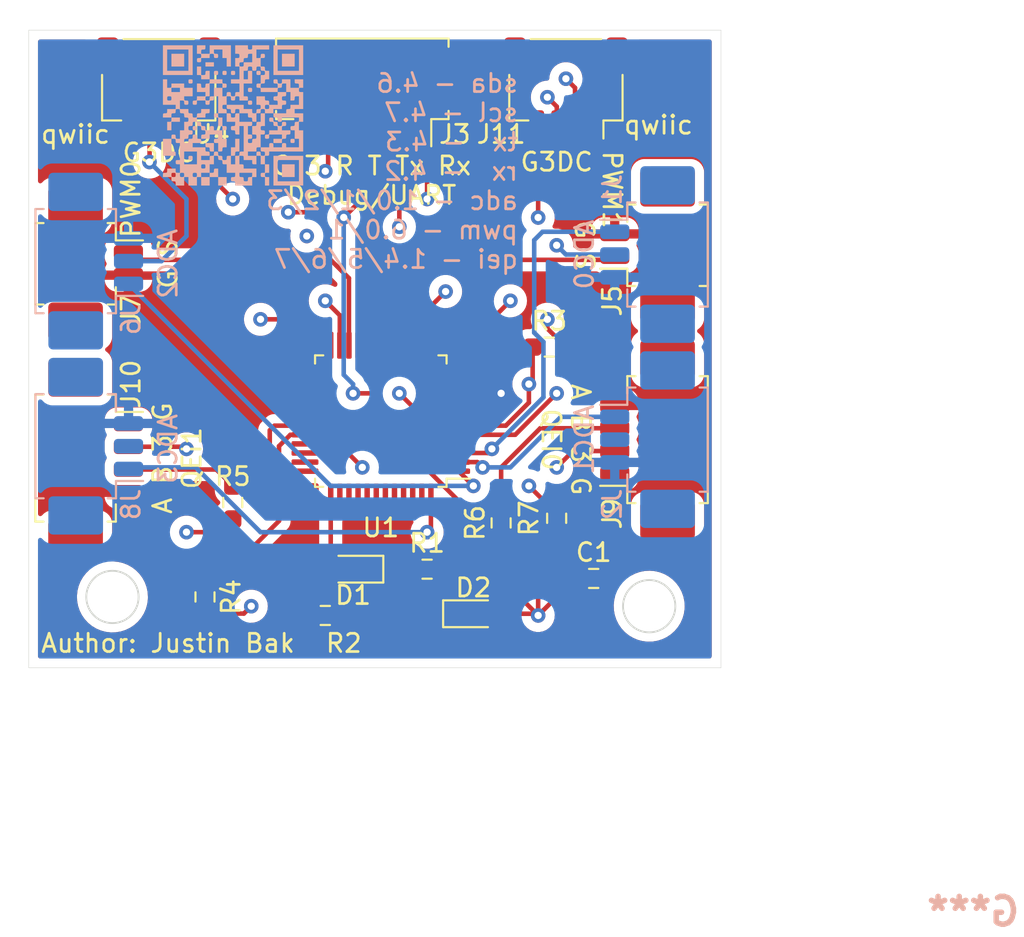
<source format=kicad_pcb>
(kicad_pcb (version 20211014) (generator pcbnew)
  (title_block (title "Remex") (date "2023-01-23") (rev "4.0.0") (company "Montana Tech Robotics Club") (comment 1 "Author: Justin Bak"))
  (layers (0 "F.Cu" signal) (1 "In1.Cu" signal) (2 "In2.Cu" signal) (31 "B.Cu" signal) (34 "B.Paste" user) (35 "F.Paste" user) (36 "B.SilkS" user "B.Silkscreen") (37 "F.SilkS" user "F.Silkscreen") (38 "B.Mask" user) (39 "F.Mask" user) (44 "Edge.Cuts" user))
  (net 0 "")
  (net 1 "+3.3V")
  (net 2 "GND")
  (net 14 "Net-(D1-Pad2)")
  (net 33 "Net-(D1-Pad1)")
  (net 34 "Net-(J2-Pad1)")
  (net 35 "Net-(D2-Pad1)")
  (net 36 "Net-(J5-Pad1)")
  (net 37 "Net-(J7-Pad1)")
  (net 38 "Net-(U1-Pad3)")
  (net 39 "/UART RXD")
  (net 40 "/UART TXD")
  (net 41 "Net-(U1-Pad4)")
  (net 42 "Net-(U1-Pad5)")
  (net 43 "Net-(U1-Pad1)")
  (net 44 "Net-(U1-Pad48)")
  (net 45 "Net-(R3-Pad2)")
  (net 46 "/SCL")
  (net 47 "/SDA")
  (net 48 "Net-(J9-Pad2)")
  (net 49 "Net-(R4-Pad1)")
  (net 50 "Net-(R5-Pad1)")
  (footprint "Resistor_SMD:R_0603_1608Metric_Pad0.98x0.95mm_HandSolder" (layer "F.Cu") (at 223.012 133.096)
    (fp_text reference "C1" (at 0 -1.43) (layer "F.SilkS"))
    (fp_text value "C")
    (pad "1" smd roundrect (at -0.9125 0) (size 0.975 0.95) (layers "F.Cu" "F.Paste" "F.Mask") (net 1 "+3.3V"))
    (pad "2" smd roundrect (at 0.9125 0) (size 0.975 0.95) (layers "F.Cu" "F.Paste" "F.Mask") (net 2 "GND"))
  )
  (footprint "Resistor_SMD:R_0603_1608Metric_Pad0.98x0.95mm_HandSolder" (layer "F.Cu") (at 203.2 128.9285 -90)
    (fp_text reference "R5" (at -1.43 0) (layer "F.SilkS"))
    (fp_text value "1k")
    (pad "1" smd roundrect (at -0.9125 0 270) (size 0.975 0.95) (layers "F.Cu" "F.Paste" "F.Mask") (net 50 "Net-(R5-Pad1)"))
    (pad "2" smd roundrect (at 0.9125 0 270) (size 0.975 0.95) (layers "F.Cu" "F.Paste" "F.Mask") (net 1 "+3.3V"))
  )
  (footprint "Resistor_SMD:R_0603_1608Metric_Pad0.98x0.95mm_HandSolder" (layer "F.Cu") (at 220.5755 120.396)
    (fp_text reference "R3" (at 0 -1.43) (layer "F.SilkS"))
    (fp_text value "1k")
    (pad "1" smd roundrect (at -0.9125 0) (size 0.975 0.95) (layers "F.Cu" "F.Paste" "F.Mask") (net 1 "+3.3V"))
    (pad "2" smd roundrect (at 0.9125 0) (size 0.975 0.95) (layers "F.Cu" "F.Paste" "F.Mask") (net 45 "Net-(R3-Pad2)"))
  )
  (footprint "Connector_Molex:Molex_PicoBlade_53261-0471_1x04-1MP_P1.25mm_Horizontal" (layer "F.Cu") (at 195.072 126.492 -90)
    (fp_text reference "J10" (at -4.064 -2.54 90) (layer "F.SilkS"))
    (fp_text value "Conn_01x04_Male")
    (pad "1" smd roundrect (at -1.875 -2.4 270) (size 0.8 1.6) (layers "F.Cu" "F.Paste" "F.Mask") (net 49 "Net-(R4-Pad1)"))
    (pad "2" smd roundrect (at -0.625 -2.4 270) (size 0.8 1.6) (layers "F.Cu" "F.Paste" "F.Mask") (net 50 "Net-(R5-Pad1)"))
    (pad "3" smd roundrect (at 0.625 -2.4 270) (size 0.8 1.6) (layers "F.Cu" "F.Paste" "F.Mask") (net 1 "+3.3V"))
    (pad "4" smd roundrect (at 1.875 -2.4 270) (size 0.8 1.6) (layers "F.Cu" "F.Paste" "F.Mask") (net 2 "GND"))
    (pad "MP" smd roundrect (at 4.425 0.5 270) (size 2.1 3) (layers "F.Cu" "F.Paste" "F.Mask") (roundrect_rratio 0.119048))
    (pad "MP" smd roundrect (at -4.425 0.5 270) (size 2.1 3) (layers "F.Cu" "F.Paste" "F.Mask") (roundrect_rratio 0.119048))
  )
  (footprint "Connector_JST:JST_SH_SM04B-SRSS-TB_1x04-1MP_P1.00mm_Horizontal" (layer "F.Cu") (at 199.136 106.172 180)
    (fp_text reference "J4" (at -3.048 -2.54) (layer "F.SilkS"))
    (fp_text value "Conn_01x04_Male")
    (pad "1" smd roundrect (at -1.5 -2 180) (size 0.6 1.55) (layers "F.Cu" "F.Paste" "F.Mask") (net 46 "/SCL"))
    (pad "2" smd roundrect (at -0.5 -2 180) (size 0.6 1.55) (layers "F.Cu" "F.Paste" "F.Mask") (net 47 "/SDA"))
    (pad "3" smd roundrect (at 0.5 -2 180) (size 0.6 1.55) (layers "F.Cu" "F.Paste" "F.Mask") (net 1 "+3.3V"))
    (pad "4" smd roundrect (at 1.5 -2 180) (size 0.6 1.55) (layers "F.Cu" "F.Paste" "F.Mask") (net 2 "GND"))
    (pad "MP" smd roundrect (at 2.8 1.875 180) (size 1.2 1.8) (layers "F.Cu" "F.Paste" "F.Mask") (roundrect_rratio 0.208333))
    (pad "MP" smd roundrect (at -2.8 1.875 180) (size 1.2 1.8) (layers "F.Cu" "F.Paste" "F.Mask") (roundrect_rratio 0.208333))
  )
  (footprint "Connector_Molex:Molex_PicoBlade_53261-0471_1x04-1MP_P1.25mm_Horizontal" (layer "F.Cu") (at 226.568 125.476 90)
    (fp_text reference "J9" (at -4.064 -2.54 270) (layer "F.SilkS"))
    (fp_text value "Conn_01x04_Male")
    (pad "1" smd roundrect (at -1.875 -2.4 90) (size 0.8 1.6) (layers "F.Cu" "F.Paste" "F.Mask") (net 45 "Net-(R3-Pad2)"))
    (pad "2" smd roundrect (at -0.625 -2.4 90) (size 0.8 1.6) (layers "F.Cu" "F.Paste" "F.Mask") (net 48 "Net-(J9-Pad2)"))
    (pad "3" smd roundrect (at 0.625 -2.4 90) (size 0.8 1.6) (layers "F.Cu" "F.Paste" "F.Mask") (net 1 "+3.3V"))
    (pad "4" smd roundrect (at 1.875 -2.4 90) (size 0.8 1.6) (layers "F.Cu" "F.Paste" "F.Mask") (net 2 "GND"))
    (pad "MP" smd roundrect (at 4.425 0.5 90) (size 2.1 3) (layers "F.Cu" "F.Paste" "F.Mask") (roundrect_rratio 0.119048))
    (pad "MP" smd roundrect (at -4.425 0.5 90) (size 2.1 3) (layers "F.Cu" "F.Paste" "F.Mask") (roundrect_rratio 0.119048))
  )
  (footprint "Resistor_SMD:R_0603_1608Metric_Pad0.98x0.95mm_HandSolder" (layer "F.Cu") (at 213.868 132.588)
    (fp_text reference "R1" (at 0 -1.43) (layer "F.SilkS"))
    (fp_text value "330")
    (pad "1" smd roundrect (at -0.9125 0) (size 0.975 0.95) (layers "F.Cu" "F.Paste" "F.Mask") (net 33 "Net-(D1-Pad1)"))
    (pad "2" smd roundrect (at 0.9125 0) (size 0.975 0.95) (layers "F.Cu" "F.Paste" "F.Mask") (net 2 "GND"))
  )
  (footprint "Package_QFP:LQFP-48_7x7mm_P0.5mm" (layer "F.Cu") (at 211.328 124.46 180)
    (fp_text reference "U1" (at 0 -5.85) (layer "F.SilkS"))
    (fp_text value "MSP430FR2355")
    (pad "1" smd roundrect (at -4.1625 -2.75 180) (size 1.475 0.3) (layers "F.Cu" "F.Paste" "F.Mask") (net 43 "Net-(U1-Pad1)"))
    (pad "2" smd roundrect (at -4.1625 -2.25 180) (size 1.475 0.3) (layers "F.Cu" "F.Paste" "F.Mask") (net 34 "Net-(J2-Pad1)"))
    (pad "3" smd roundrect (at -4.1625 -1.75 180) (size 1.475 0.3) (layers "F.Cu" "F.Paste" "F.Mask") (net 38 "Net-(U1-Pad3)"))
    (pad "4" smd roundrect (at -4.1625 -1.25 180) (size 1.475 0.3) (layers "F.Cu" "F.Paste" "F.Mask") (net 41 "Net-(U1-Pad4)"))
    (pad "5" smd roundrect (at -4.1625 -0.75 180) (size 1.475 0.3) (layers "F.Cu" "F.Paste" "F.Mask") (net 42 "Net-(U1-Pad5)"))
    (pad "6" smd roundrect (at -4.1625 -0.25 180) (size 1.475 0.3) (layers "F.Cu" "F.Paste" "F.Mask") (net 1 "+3.3V"))
    (pad "7" smd roundrect (at -4.1625 0.25 180) (size 1.475 0.3) (layers "F.Cu" "F.Paste" "F.Mask") (net 2 "GND"))
    (pad "8" smd roundrect (at -4.1625 0.75 180) (size 1.475 0.3) (layers "F.Cu" "F.Paste" "F.Mask"))
    (pad "9" smd roundrect (at -4.1625 1.25 180) (size 1.475 0.3) (layers "F.Cu" "F.Paste" "F.Mask"))
    (pad "10" smd roundrect (at -4.1625 1.75 180) (size 1.475 0.3) (layers "F.Cu" "F.Paste" "F.Mask"))
    (pad "11" smd roundrect (at -4.1625 2.25 180) (size 1.475 0.3) (layers "F.Cu" "F.Paste" "F.Mask"))
    (pad "12" smd roundrect (at -4.1625 2.75 180) (size 1.475 0.3) (layers "F.Cu" "F.Paste" "F.Mask") (net 46 "/SCL"))
    (pad "13" smd roundrect (at -2.75 4.1625 180) (size 0.3 1.475) (layers "F.Cu" "F.Paste" "F.Mask") (net 47 "/SDA"))
    (pad "14" smd roundrect (at -2.25 4.1625 180) (size 0.3 1.475) (layers "F.Cu" "F.Paste" "F.Mask"))
    (pad "15" smd roundrect (at -1.75 4.1625 180) (size 0.3 1.475) (layers "F.Cu" "F.Paste" "F.Mask"))
    (pad "16" smd roundrect (at -1.25 4.1625 180) (size 0.3 1.475) (layers "F.Cu" "F.Paste" "F.Mask"))
    (pad "17" smd roundrect (at -0.75 4.1625 180) (size 0.3 1.475) (layers "F.Cu" "F.Paste" "F.Mask"))
    (pad "18" smd roundrect (at -0.25 4.1625 180) (size 0.3 1.475) (layers "F.Cu" "F.Paste" "F.Mask"))
    (pad "19" smd roundrect (at 0.25 4.1625 180) (size 0.3 1.475) (layers "F.Cu" "F.Paste" "F.Mask"))
    (pad "20" smd roundrect (at 0.75 4.1625 180) (size 0.3 1.475) (layers "F.Cu" "F.Paste" "F.Mask"))
    (pad "21" smd roundrect (at 1.25 4.1625 180) (size 0.3 1.475) (layers "F.Cu" "F.Paste" "F.Mask") (net 36 "Net-(J5-Pad1)"))
    (pad "22" smd roundrect (at 1.75 4.1625 180) (size 0.3 1.475) (layers "F.Cu" "F.Paste" "F.Mask") (net 37 "Net-(J7-Pad1)"))
    (pad "23" smd roundrect (at 2.25 4.1625 180) (size 0.3 1.475) (layers "F.Cu" "F.Paste" "F.Mask") (net 40 "/UART TXD"))
    (pad "24" smd roundrect (at 2.75 4.1625 180) (size 0.3 1.475) (layers "F.Cu" "F.Paste" "F.Mask") (net 39 "/UART RXD"))
    (pad "25" smd roundrect (at 4.1625 2.75 180) (size 1.475 0.3) (layers "F.Cu" "F.Paste" "F.Mask"))
    (pad "26" smd roundrect (at 4.1625 2.25 180) (size 1.475 0.3) (layers "F.Cu" "F.Paste" "F.Mask"))
    (pad "27" smd roundrect (at 4.1625 1.75 180) (size 1.475 0.3) (layers "F.Cu" "F.Paste" "F.Mask"))
    (pad "28" smd roundrect (at 4.1625 1.25 180) (size 1.475 0.3) (layers "F.Cu" "F.Paste" "F.Mask"))
    (pad "29" smd roundrect (at 4.1625 0.75 180) (size 1.475 0.3) (layers "F.Cu" "F.Paste" "F.Mask"))
    (pad "30" smd roundrect (at 4.1625 0.25 180) (size 1.475 0.3) (layers "F.Cu" "F.Paste" "F.Mask"))
    (pad "31" smd roundrect (at 4.1625 -0.25 180) (size 1.475 0.3) (layers "F.Cu" "F.Paste" "F.Mask") (net 50 "Net-(R5-Pad1)"))
    (pad "32" smd roundrect (at 4.1625 -0.75 180) (size 1.475 0.3) (layers "F.Cu" "F.Paste" "F.Mask") (net 49 "Net-(R4-Pad1)"))
    (pad "33" smd roundrect (at 4.1625 -1.25 180) (size 1.475 0.3) (layers "F.Cu" "F.Paste" "F.Mask") (net 48 "Net-(J9-Pad2)"))
    (pad "34" smd roundrect (at 4.1625 -1.75 180) (size 1.475 0.3) (layers "F.Cu" "F.Paste" "F.Mask") (net 45 "Net-(R3-Pad2)"))
    (pad "35" smd roundrect (at 4.1625 -2.25 180) (size 1.475 0.3) (layers "F.Cu" "F.Paste" "F.Mask"))
    (pad "36" smd roundrect (at 4.1625 -2.75 180) (size 1.475 0.3) (layers "F.Cu" "F.Paste" "F.Mask"))
    (pad "37" smd roundrect (at 2.75 -4.1625 180) (size 0.3 1.475) (layers "F.Cu" "F.Paste" "F.Mask") (net 14 "Net-(D1-Pad2)"))
    (pad "38" smd roundrect (at 2.25 -4.1625 180) (size 0.3 1.475) (layers "F.Cu" "F.Paste" "F.Mask"))
    (pad "39" smd roundrect (at 1.75 -4.1625 180) (size 0.3 1.475) (layers "F.Cu" "F.Paste" "F.Mask"))
    (pad "40" smd roundrect (at 1.25 -4.1625 180) (size 0.3 1.475) (layers "F.Cu" "F.Paste" "F.Mask"))
    (pad "41" smd roundrect (at 0.75 -4.1625 180) (size 0.3 1.475) (layers "F.Cu" "F.Paste" "F.Mask"))
    (pad "42" smd roundrect (at 0.25 -4.1625 180) (size 0.3 1.475) (layers "F.Cu" "F.Paste" "F.Mask"))
    (pad "43" smd roundrect (at -0.25 -4.1625 180) (size 0.3 1.475) (layers "F.Cu" "F.Paste" "F.Mask"))
    (pad "44" smd roundrect (at -0.75 -4.1625 180) (size 0.3 1.475) (layers "F.Cu" "F.Paste" "F.Mask"))
    (pad "45" smd roundrect (at -1.25 -4.1625 180) (size 0.3 1.475) (layers "F.Cu" "F.Paste" "F.Mask"))
    (pad "46" smd roundrect (at -1.75 -4.1625 180) (size 0.3 1.475) (layers "F.Cu" "F.Paste" "F.Mask"))
    (pad "47" smd roundrect (at -2.25 -4.1625 180) (size 0.3 1.475) (layers "F.Cu" "F.Paste" "F.Mask"))
    (pad "48" smd roundrect (at -2.75 -4.1625 180) (size 0.3 1.475) (layers "F.Cu" "F.Paste" "F.Mask") (net 44 "Net-(U1-Pad48)"))
  )
  (footprint "Connector_Molex:Molex_PicoBlade_53261-0671_1x06-1MP_P1.25mm_Horizontal" (layer "F.Cu") (at 210.312 106.172 180)
    (fp_text reference "J3" (at -5.08 -2.54 180) (layer "F.SilkS"))
    (fp_text value "Conn_01x06_Male")
    (pad "1" smd roundrect (at -3.125 -2.4 180) (size 0.8 1.6) (layers "F.Cu" "F.Paste" "F.Mask") (net 39 "/UART RXD"))
    (pad "2" smd roundrect (at -1.875 -2.4 180) (size 0.8 1.6) (layers "F.Cu" "F.Paste" "F.Mask") (net 40 "/UART TXD"))
    (pad "3" smd roundrect (at -0.625 -2.4 180) (size 0.8 1.6) (layers "F.Cu" "F.Paste" "F.Mask") (net 41 "Net-(U1-Pad4)"))
    (pad "4" smd roundrect (at 0.625 -2.4 180) (size 0.8 1.6) (layers "F.Cu" "F.Paste" "F.Mask") (net 42 "Net-(U1-Pad5)"))
    (pad "5" smd roundrect (at 1.875 -2.4 180) (size 0.8 1.6) (layers "F.Cu" "F.Paste" "F.Mask") (net 1 "+3.3V"))
    (pad "6" smd roundrect (at 3.125 -2.4 180) (size 0.8 1.6) (layers "F.Cu" "F.Paste" "F.Mask") (net 2 "GND"))
    (pad "MP" smd roundrect (at 5.675 0.5 180) (size 2.1 3) (layers "F.Cu" "F.Paste" "F.Mask") (roundrect_rratio 0.119048))
    (pad "MP" smd roundrect (at -5.675 0.5 180) (size 2.1 3) (layers "F.Cu" "F.Paste" "F.Mask") (roundrect_rratio 0.119048))
  )
  (footprint "Resistor_SMD:R_0603_1608Metric_Pad0.98x0.95mm_HandSolder" (layer "F.Cu") (at 201.676 134.112 -90)
    (fp_text reference "R4" (at 0 -1.43 90) (layer "F.SilkS"))
    (fp_text value "1k")
    (pad "1" smd roundrect (at -0.9125 0 270) (size 0.975 0.95) (layers "F.Cu" "F.Paste" "F.Mask") (net 49 "Net-(R4-Pad1)"))
    (pad "2" smd roundrect (at 0.9125 0 270) (size 0.975 0.95) (layers "F.Cu" "F.Paste" "F.Mask") (net 1 "+3.3V"))
  )
  (footprint "LED_SMD:LED_0603_1608Metric_Pad1.05x0.95mm_HandSolder" (layer "F.Cu") (at 216.408 135.034)
    (fp_text reference "D2" (at 0 -1.43) (layer "F.SilkS"))
    (fp_text value "LED")
    (pad "1" smd roundrect (at -0.875 0) (size 1.05 0.95) (layers "F.Cu" "F.Paste" "F.Mask") (net 35 "Net-(D2-Pad1)"))
    (pad "2" smd roundrect (at 0.875 0) (size 1.05 0.95) (layers "F.Cu" "F.Paste" "F.Mask") (net 1 "+3.3V"))
  )
  (footprint "Resistor_SMD:R_0603_1608Metric_Pad0.98x0.95mm_HandSolder" (layer "F.Cu") (at 217.932 130.048 90)
    (fp_text reference "R6" (at 0 -1.43 90) (layer "F.SilkS"))
    (fp_text value "1k")
    (pad "1" smd roundrect (at -0.9125 0 90) (size 0.975 0.95) (layers "F.Cu" "F.Paste" "F.Mask") (net 1 "+3.3V"))
    (pad "2" smd roundrect (at 0.9125 0 90) (size 0.975 0.95) (layers "F.Cu" "F.Paste" "F.Mask") (net 48 "Net-(J9-Pad2)"))
  )
  (footprint "Resistor_SMD:R_0603_1608Metric_Pad0.98x0.95mm_HandSolder" (layer "F.Cu") (at 208.28 135.128 180)
    (fp_text reference "R2" (at -1.016 -1.524) (layer "F.SilkS"))
    (fp_text value "330")
    (pad "1" smd roundrect (at -0.9125 0 180) (size 0.975 0.95) (layers "F.Cu" "F.Paste" "F.Mask") (net 35 "Net-(D2-Pad1)"))
    (pad "2" smd roundrect (at 0.9125 0 180) (size 0.975 0.95) (layers "F.Cu" "F.Paste" "F.Mask") (net 2 "GND"))
  )
  (footprint "LED_SMD:LED_0603_1608Metric_Pad1.05x0.95mm_HandSolder" (layer "F.Cu") (at 209.804 132.588 180)
    (fp_text reference "D1" (at 0 -1.43) (layer "F.SilkS"))
    (fp_text value "LED")
    (pad "1" smd roundrect (at -0.875 0 180) (size 1.05 0.95) (layers "F.Cu" "F.Paste" "F.Mask") (net 33 "Net-(D1-Pad1)"))
    (pad "2" smd roundrect (at 0.875 0 180) (size 1.05 0.95) (layers "F.Cu" "F.Paste" "F.Mask") (net 14 "Net-(D1-Pad2)"))
  )
  (footprint "Connector_JST:JST_SH_SM04B-SRSS-TB_1x04-1MP_P1.00mm_Horizontal" (layer "F.Cu") (at 221.488 106.172 180)
    (fp_text reference "J11" (at 3.556 -2.54) (layer "F.SilkS"))
    (fp_text value "Conn_01x04_Male")
    (pad "1" smd roundrect (at -1.5 -2 180) (size 0.6 1.55) (layers "F.Cu" "F.Paste" "F.Mask") (net 46 "/SCL"))
    (pad "2" smd roundrect (at -0.5 -2 180) (size 0.6 1.55) (layers "F.Cu" "F.Paste" "F.Mask") (net 47 "/SDA"))
    (pad "3" smd roundrect (at 0.5 -2 180) (size 0.6 1.55) (layers "F.Cu" "F.Paste" "F.Mask") (net 1 "+3.3V"))
    (pad "4" smd roundrect (at 1.5 -2 180) (size 0.6 1.55) (layers "F.Cu" "F.Paste" "F.Mask") (net 2 "GND"))
    (pad "MP" smd roundrect (at 2.8 1.875 180) (size 1.2 1.8) (layers "F.Cu" "F.Paste" "F.Mask") (roundrect_rratio 0.208333))
    (pad "MP" smd roundrect (at -2.8 1.875 180) (size 1.2 1.8) (layers "F.Cu" "F.Paste" "F.Mask") (roundrect_rratio 0.208333))
  )
  (footprint "Connector_Molex:Molex_PicoBlade_53261-0271_1x02-1MP_P1.25mm_Horizontal" (layer "F.Cu") (at 226.568 114.808 90)
    (fp_text reference "J5" (at -3.048 -2.54 270) (layer "F.SilkS"))
    (fp_text value "Conn_01x02_Male")
    (pad "1" smd roundrect (at -0.625 -2.4 90) (size 0.8 1.6) (layers "F.Cu" "F.Paste" "F.Mask") (net 36 "Net-(J5-Pad1)"))
    (pad "2" smd roundrect (at 0.625 -2.4 90) (size 0.8 1.6) (layers "F.Cu" "F.Paste" "F.Mask") (net 2 "GND"))
    (pad "MP" smd roundrect (at 3.175 0.5 90) (size 2.1 3) (layers "F.Cu" "F.Paste" "F.Mask") (roundrect_rratio 0.119048))
    (pad "MP" smd roundrect (at -3.175 0.5 90) (size 2.1 3) (layers "F.Cu" "F.Paste" "F.Mask") (roundrect_rratio 0.119048))
  )
  (footprint "Connector_Molex:Molex_PicoBlade_53261-0271_1x02-1MP_P1.25mm_Horizontal" (layer "F.Cu") (at 195.072 115.824 -90)
    (fp_text reference "J7" (at 2.54 -2.54 90) (layer "F.SilkS"))
    (fp_text value "Conn_01x02_Male")
    (pad "1" smd roundrect (at -0.625 -2.4 270) (size 0.8 1.6) (layers "F.Cu" "F.Paste" "F.Mask") (net 37 "Net-(J7-Pad1)"))
    (pad "2" smd roundrect (at 0.625 -2.4 270) (size 0.8 1.6) (layers "F.Cu" "F.Paste" "F.Mask") (net 2 "GND"))
    (pad "MP" smd roundrect (at -3.175 0.5 270) (size 2.1 3) (layers "F.Cu" "F.Paste" "F.Mask") (roundrect_rratio 0.119048))
    (pad "MP" smd roundrect (at 3.175 0.5 270) (size 2.1 3) (layers "F.Cu" "F.Paste" "F.Mask") (roundrect_rratio 0.119048))
  )
  (footprint "Resistor_SMD:R_0603_1608Metric_Pad0.98x0.95mm_HandSolder" (layer "F.Cu") (at 220.98 129.793276 -90)
    (fp_text reference "R7" (at 0 1.524 90) (layer "F.SilkS"))
    (fp_text value "1k")
    (pad "1" smd roundrect (at -0.9125 0 270) (size 0.975 0.95) (layers "F.Cu" "F.Paste" "F.Mask") (net 42 "Net-(U1-Pad5)"))
    (pad "2" smd roundrect (at 0.9125 0 270) (size 0.975 0.95) (layers "F.Cu" "F.Paste" "F.Mask") (net 1 "+3.3V"))
  )
  (footprint "Connector_Molex:Molex_PicoBlade_53261-0371_1x03-1MP_P1.25mm_Horizontal" (layer "B.Cu") (at 195.08 115.677 90)
    (fp_text reference "J6" (at -3.195 2.532 90) (layer "B.SilkS") (effects (justify mirror)))
    (fp_text value "Conn_01x03_Male")
    (pad "1" smd roundrect (at -1.25 2.4 90) (size 0.8 1.6) (layers "B.Cu" "B.Paste" "B.Mask") (net 43 "Net-(U1-Pad1)"))
    (pad "2" smd roundrect (at 0 2.4 90) (size 0.8 1.6) (layers "B.Cu" "B.Paste" "B.Mask") (net 1 "+3.3V"))
    (pad "3" smd roundrect (at 1.25 2.4 90) (size 0.8 1.6) (layers "B.Cu" "B.Paste" "B.Mask") (net 2 "GND"))
    (pad "MP" smd roundrect (at 3.8 -0.5 90) (size 2.1 3) (layers "B.Cu" "B.Paste" "B.Mask") (roundrect_rratio 0.119048))
    (pad "MP" smd roundrect (at -3.8 -0.5 90) (size 2.1 3) (layers "B.Cu" "B.Paste" "B.Mask") (roundrect_rratio 0.119048))
  )
  (footprint "Connector_Molex:Molex_PicoBlade_53261-0371_1x03-1MP_P1.25mm_Horizontal" (layer "B.Cu") (at 226.568 115.316 -90)
    (fp_text reference "J1" (at -3.556 2.54 90) (layer "B.SilkS") (effects (justify mirror)))
    (fp_text value "Conn_01x03_Male")
    (pad "1" smd roundrect (at -1.25 2.4 270) (size 0.8 1.6) (layers "B.Cu" "B.Paste" "B.Mask") (net 38 "Net-(U1-Pad3)"))
    (pad "2" smd roundrect (at 0 2.4 270) (size 0.8 1.6) (layers "B.Cu" "B.Paste" "B.Mask") (net 1 "+3.3V"))
    (pad "3" smd roundrect (at 1.25 2.4 270) (size 0.8 1.6) (layers "B.Cu" "B.Paste" "B.Mask") (net 2 "GND"))
    (pad "MP" smd roundrect (at 3.8 -0.5 270) (size 2.1 3) (layers "B.Cu" "B.Paste" "B.Mask") (roundrect_rratio 0.119048))
    (pad "MP" smd roundrect (at -3.8 -0.5 270) (size 2.1 3) (layers "B.Cu" "B.Paste" "B.Mask") (roundrect_rratio 0.119048))
  )
  (footprint "Connector_Molex:Molex_PicoBlade_53261-0371_1x03-1MP_P1.25mm_Horizontal" (layer "B.Cu") (at 226.568 125.476 -90)
    (fp_text reference "J2" (at 3.556 2.54 -90) (layer "B.SilkS") (effects (justify mirror)))
    (fp_text value "Conn_01x03_Male")
    (pad "1" smd roundrect (at -1.25 2.4 270) (size 0.8 1.6) (layers "B.Cu" "B.Paste" "B.Mask") (net 34 "Net-(J2-Pad1)"))
    (pad "2" smd roundrect (at 0 2.4 270) (size 0.8 1.6) (layers "B.Cu" "B.Paste" "B.Mask") (net 1 "+3.3V"))
    (pad "3" smd roundrect (at 1.25 2.4 270) (size 0.8 1.6) (layers "B.Cu" "B.Paste" "B.Mask") (net 2 "GND"))
    (pad "MP" smd roundrect (at -3.8 -0.5 270) (size 2.1 3) (layers "B.Cu" "B.Paste" "B.Mask") (roundrect_rratio 0.119048))
    (pad "MP" smd roundrect (at 3.8 -0.5 270) (size 2.1 3) (layers "B.Cu" "B.Paste" "B.Mask") (roundrect_rratio 0.119048))
  )
  (footprint "LOGO" (layer "B.Cu") (at 203.2 107.696 180)
    (fp_text reference "G***" (at -40.64 -43.688) (layer "B.SilkS") (effects (font (size 1.524 1.524) (thickness 0.3)) (justify mirror)))
    (fp_text value "LOGO" hide)
  )
  (footprint "Connector_Molex:Molex_PicoBlade_53261-0371_1x03-1MP_P1.25mm_Horizontal" (layer "B.Cu") (at 195.08 125.837 90)
    (fp_text reference "J8" (at -3.195 2.532 90) (layer "B.SilkS") (effects (justify mirror)))
    (fp_text value "Conn_01x03_Male")
    (pad "1" smd roundrect (at -1.25 2.4 90) (size 0.8 1.6) (layers "B.Cu" "B.Paste" "B.Mask") (net 44 "Net-(U1-Pad48)"))
    (pad "2" smd roundrect (at 0 2.4 90) (size 0.8 1.6) (layers "B.Cu" "B.Paste" "B.Mask") (net 1 "+3.3V"))
    (pad "3" smd roundrect (at 1.25 2.4 90) (size 0.8 1.6) (layers "B.Cu" "B.Paste" "B.Mask") (net 2 "GND"))
    (pad "MP" smd roundrect (at 3.8 -0.5 90) (size 2.1 3) (layers "B.Cu" "B.Paste" "B.Mask") (roundrect_rratio 0.119048))
    (pad "MP" smd roundrect (at -3.8 -0.5 90) (size 2.1 3) (layers "B.Cu" "B.Paste" "B.Mask") (roundrect_rratio 0.119048))
  )
  (gr_line (start 192 138) (end 192 103) (layer "Edge.Cuts") (width 0.0254))
  (gr_line (start 230 138) (end 192 138) (layer "Edge.Cuts") (width 0.0254))
  (gr_circle (center 196.596 134.112) (end 197.612 133.096) (layer "Edge.Cuts") (width 0.1) (fill none))
  (gr_line (start 192 103) (end 230 103) (layer "Edge.Cuts") (width 0.0254))
  (gr_circle (center 226.06 134.62) (end 227.076 135.636) (layer "Edge.Cuts") (width 0.1) (fill none))
  (gr_line (start 230 103) (end 230 138) (layer "Edge.Cuts") (width 0.0254))
  (gr_text "ADC0" (at 222.504 115.316 90) (layer "B.SilkS") (effects (font (size 1 1)) (justify mirror)))
  (gr_text "ADC1" (at 222.504 125.476 90) (layer "B.SilkS") (effects (font (size 1 1)) (justify mirror)))
  (gr_text "ADC2" (at 199.644 115.824 90) (layer "B.SilkS") (effects (font (size 1 1)) (justify mirror)))
  (gr_text "ADC3" (at 199.644 125.984 90) (layer "B.SilkS") (effects (font (size 1 1)) (justify mirror)))
  (gr_text "sda - 4.6\nscl - 4.7\ntx  - 4.3\nrx  - 4.2\nadc - 1.0/1/2/3\npwm - 6.0/1\nqei - 1.4/5/6/7" (at 218.948 110.744) (layer "B.SilkS") (effects (font (size 1 1)) (justify left mirror)))
  (gr_text "Author: Justin Bak" (at 199.644 136.652) (layer "F.SilkS") (effects (font (size 1 1))))
  (gr_text "qwiic" (at 226.568 108.204) (layer "F.SilkS") (effects (font (size 1 1))))
  (gr_text "PWM0" (at 197.612 112.268 90) (layer "F.SilkS") (effects (font (size 1 1))))
  (gr_text "G S" (at 199.644 115.824 90) (layer "F.SilkS") (effects (font (size 1 1))))
  (gr_text "G3DC" (at 220.98 110.236) (layer "F.SilkS") (effects (font (size 1 1))))
  (gr_text "PWM1" (at 224.028 111.76 270) (layer "F.SilkS") (effects (font (size 1 1))))
  (gr_text "A B 3 G\nQEI1" (at 200.152 126.492 90) (layer "F.SilkS") (effects (font (size 1 1))))
  (gr_text "qwiic" (at 194.564 108.712) (layer "F.SilkS") (effects (font (size 1 1))))
  (gr_text "G S" (at 222.504 114.808 270) (layer "F.SilkS") (effects (font (size 1 1))))
  (gr_text "G 3 R T Tx Rx\nDebug/UART" (at 210.82 111.252) (layer "F.SilkS") (effects (font (size 1 1))))
  (gr_text "G3DC" (at 199.136 109.728) (layer "F.SilkS") (effects (font (size 1 1))))
  (gr_text "A B 3 G\nQEI0" (at 221.488 125.476 270) (layer "F.SilkS") (effects (font (size 1 1))))
  (segment (start 219.663 120.396) (end 219.663 122.221) (width 0.25) (layer "F.Cu") (net 1))
  (segment (start 217.932 133.096) (end 219.964 135.128) (width 0.25) (layer "F.Cu") (net 1))
  (segment (start 221.996 133.096) (end 222.0995 133.096) (width 0.25) (layer "F.Cu") (net 1))
  (segment (start 219.87 135.034) (end 219.964 135.128) (width 0.25) (layer "F.Cu") (net 1))
  (segment (start 198.636 108.172) (end 198.636 110.228) (width 0.25) (layer "F.Cu") (net 1))
  (segment (start 219.964 135.128) (end 221.996 133.096) (width 0.25) (layer "F.Cu") (net 1))
  (segment (start 220.98 130.705776) (end 219.964 131.721776) (width 0.25) (layer "F.Cu") (net 1))
  (segment (start 219.663 122.221) (end 219.456 122.428) (width 0.25) (layer "F.Cu") (net 1))
  (segment (start 217.932 130.9605) (end 217.932 133.096) (width 0.25) (layer "F.Cu") (net 1))
  (segment (start 219.456 123.444) (end 219.456 122.428) (width 0.25) (layer "F.Cu") (net 1))
  (segment (start 201.676 135.0245) (end 203.8115 135.0245) (width 0.25) (layer "F.Cu") (net 1))
  (segment (start 217.283 135.034) (end 219.87 135.034) (width 0.25) (layer "F.Cu") (net 1))
  (segment (start 203.2 129.841) (end 202.485 130.556) (width 0.25) (layer "F.Cu") (net 1))
  (segment (start 220.988 107.196) (end 220.472 106.68) (width 0.25) (layer "F.Cu") (net 1))
  (segment (start 198.636 110.228) (end 198.628 110.236) (width 0.25) (layer "F.Cu") (net 1))
  (segment (start 202.485 130.556) (end 200.66 130.556) (width 0.25) (layer "F.Cu") (net 1))
  (segment (start 219.964 131.721776) (end 219.964 135.128) (width 0.25) (layer "F.Cu") (net 1))
  (segment (start 220.988 108.172) (end 220.988 107.196) (width 0.25) (layer "F.Cu") (net 1))
  (segment (start 208.437 108.572) (end 208.437 110.587) (width 0.25) (layer "F.Cu") (net 1))
  (segment (start 215.4905 124.71) (end 218.19 124.71) (width 0.25) (layer "F.Cu") (net 1))
  (segment (start 218.19 124.71) (end 219.456 123.444) (width 0.25) (layer "F.Cu") (net 1))
  (segment (start 203.8115 135.0245) (end 204.216 134.62) (width 0.25) (layer "F.Cu") (net 1))
  (segment (start 208.437 110.587) (end 208.28 110.744) (width 0.25) (layer "F.Cu") (net 1))
  (via (at 204.216 134.62) (size 0.8) (drill 0.4) (layers "F.Cu" "B.Cu") (net 1))
  (via (at 200.66 130.556) (size 0.8) (drill 0.4) (layers "F.Cu" "B.Cu") (net 1))
  (via (at 220.472 106.68) (size 0.8) (drill 0.4) (layers "F.Cu" "B.Cu") (net 1))
  (via (at 219.456 122.428) (size 0.8) (drill 0.4) (layers "F.Cu" "B.Cu") (net 1))
  (via (at 208.28 110.744) (size 0.8) (drill 0.4) (layers "F.Cu" "B.Cu") (net 1))
  (via (at 220.98 114.808) (size 0.8) (drill 0.4) (layers "F.Cu" "B.Cu") (net 1))
  (via (at 219.964 135.128) (size 0.8) (drill 0.4) (layers "F.Cu" "B.Cu") (net 1))
  (via (at 198.628 110.236) (size 0.8) (drill 0.4) (layers "F.Cu" "B.Cu") (net 1))
  (segment (start 199.283 115.677) (end 200.66 114.3) (width 0.25) (layer "B.Cu") (net 1))
  (segment (start 200.66 112.268) (end 198.628 110.236) (width 0.25) (layer "B.Cu") (net 1))
  (segment (start 221.488 115.316) (end 220.98 114.808) (width 0.25) (layer "B.Cu") (net 1))
  (segment (start 197.772462 115.677) (end 197.919462 115.824) (width 0.25) (layer "B.Cu") (net 1))
  (segment (start 197.48 115.677) (end 197.772462 115.677) (width 0.25) (layer "B.Cu") (net 1))
  (segment (start 197.48 115.677) (end 199.283 115.677) (width 0.25) (layer "B.Cu") (net 1))
  (segment (start 200.66 114.3) (end 200.66 112.268) (width 0.25) (layer "B.Cu") (net 1))
  (segment (start 224.168 115.316) (end 221.488 115.316) (width 0.25) (layer "B.Cu") (net 1))
  (segment (start 215.4905 124.21) (end 216.658 124.21) (width 0.25) (layer "F.Cu") (net 2))
  (segment (start 216.658 124.21) (end 217.932 122.936) (width 0.25) (layer "F.Cu") (net 2))
  (via (at 217.932 122.936) (size 0.8) (drill 0.4) (layers "F.Cu" "B.Cu") (net 2))
  (segment (start 208.578 132.237) (end 208.929 132.588) (width 0.25) (layer "F.Cu") (net 14))
  (segment (start 208.578 128.6225) (end 208.578 132.237) (width 0.25) (layer "F.Cu") (net 14))
  (segment (start 210.679 132.588) (end 212.9555 132.588) (width 0.25) (layer "F.Cu") (net 33))
  (segment (start 216.626 126.71) (end 216.916 127) (width 0.25) (layer "F.Cu") (net 34))
  (segment (start 215.4905 126.71) (end 216.626 126.71) (width 0.25) (layer "F.Cu") (net 34))
  (via (at 216.916 127) (size 0.8) (drill 0.4) (layers "F.Cu" "B.Cu") (net 34))
  (segment (start 221.214 124.226) (end 224.168 124.226) (width 0.25) (layer "B.Cu") (net 34))
  (segment (start 216.916 127) (end 218.44 127) (width 0.25) (layer "B.Cu") (net 34))
  (segment (start 218.44 127) (end 221.214 124.226) (width 0.25) (layer "B.Cu") (net 34))
  (segment (start 215.439 135.128) (end 215.533 135.034) (width 0.25) (layer "F.Cu") (net 35))
  (segment (start 209.1925 135.128) (end 215.439 135.128) (width 0.25) (layer "F.Cu") (net 35))
  (segment (start 210.078 119.494315) (end 213.964315 115.608) (width 0.25) (layer "F.Cu") (net 36))
  (segment (start 213.964315 115.608) (end 223.993 115.608) (width 0.25) (layer "F.Cu") (net 36))
  (segment (start 223.993 115.608) (end 224.168 115.433) (width 0.25) (layer "F.Cu") (net 36))
  (segment (start 210.078 120.2975) (end 210.078 119.494315) (width 0.25) (layer "F.Cu") (net 36))
  (segment (start 197.881 115.608) (end 197.472 115.199) (width 0.25) (layer "F.Cu") (net 37))
  (segment (start 209.578 120.2975) (end 209.578 116.614) (width 0.25) (layer "F.Cu") (net 37))
  (segment (start 209.578 116.614) (end 208.572 115.608) (width 0.25) (layer "F.Cu") (net 37))
  (segment (start 208.572 115.608) (end 197.881 115.608) (width 0.25) (layer "F.Cu") (net 37))
  (segment (start 217.198 126.21) (end 217.424 125.984) (width 0.25) (layer "F.Cu") (net 38))
  (segment (start 215.4905 126.21) (end 217.198 126.21) (width 0.25) (layer "F.Cu") (net 38))
  (via (at 217.424 125.984) (size 0.8) (drill 0.4) (layers "F.Cu" "B.Cu") (net 38))
  (segment (start 219.747 114.526305) (end 220.207305 114.066) (width 0.25) (layer "B.Cu") (net 38))
  (segment (start 220.255 123.153) (end 220.255 120.114305) (width 0.25) (layer "B.Cu") (net 38))
  (segment (start 220.255 120.114305) (end 219.747 119.606305) (width 0.25) (layer "B.Cu") (net 38))
  (segment (start 220.207305 114.066) (end 224.168 114.066) (width 0.25) (layer "B.Cu") (net 38))
  (segment (start 219.747 119.606305) (end 219.747 114.526305) (width 0.25) (layer "B.Cu") (net 38))
  (segment (start 217.424 125.984) (end 220.255 123.153) (width 0.25) (layer "B.Cu") (net 38))
  (segment (start 207.1525 118.872) (end 204.724 118.872) (width 0.25) (layer "F.Cu") (net 39))
  (segment (start 208.578 120.2975) (end 207.1525 118.872) (width 0.25) (layer "F.Cu") (net 39))
  (segment (start 213.868 112.268) (end 213.868 109.003) (width 0.25) (layer "F.Cu") (net 39))
  (segment (start 213.868 109.003) (end 213.437 108.572) (width 0.25) (layer "F.Cu") (net 39))
  (via (at 204.724 118.872) (size 0.8) (drill 0.4) (layers "F.Cu" "B.Cu") (net 39))
  (via (at 213.868 112.268) (size 0.8) (drill 0.4) (layers "F.Cu" "B.Cu") (net 39))
  (segment (start 212.344 113.792) (end 212.344 108.729) (width 0.25) (layer "F.Cu") (net 40))
  (segment (start 212.344 108.729) (end 212.187 108.572) (width 0.25) (layer "F.Cu") (net 40))
  (segment (start 209.078 118.654) (end 208.28 117.856) (width 0.25) (layer "F.Cu") (net 40))
  (segment (start 209.078 120.2975) (end 209.078 118.654) (width 0.25) (layer "F.Cu") (net 40))
  (via (at 208.28 117.856) (size 0.8) (drill 0.4) (layers "F.Cu" "B.Cu") (net 40))
  (via (at 212.344 113.792) (size 0.8) (drill 0.4) (layers "F.Cu" "B.Cu") (net 40))
  (segment (start 213.594 125.71) (end 211.328 123.444) (width 0.25) (layer "F.Cu") (net 41))
  (segment (start 211.328 123.444) (end 210.82 122.936) (width 0.25) (layer "F.Cu") (net 41))
  (segment (start 210.82 122.936) (end 209.804 122.936) (width 0.25) (layer "F.Cu") (net 41))
  (segment (start 215.4905 125.71) (end 213.594 125.71) (width 0.25) (layer "F.Cu") (net 41))
  (segment (start 210.937 108.572) (end 210.937 111.634402) (width 0.25) (layer "F.Cu") (net 41))
  (segment (start 210.937 111.634402) (end 209.291701 113.279701) (width 0.25) (layer "F.Cu") (net 41))
  (via (at 209.291701 113.279701) (size 0.8) (drill 0.4) (layers "F.Cu" "B.Cu") (net 41))
  (via (at 209.804 122.936) (size 0.8) (drill 0.4) (layers "F.Cu" "B.Cu") (net 41))
  (segment (start 209.804 122.936) (end 209.804 122.428) (width 0.25) (layer "B.Cu") (net 41))
  (segment (start 209.804 122.428) (end 209.291701 121.915701) (width 0.25) (layer "B.Cu") (net 41))
  (segment (start 209.291701 113.279701) (end 209.291701 121.915701) (width 0.25) (layer "B.Cu") (net 41))
  (segment (start 214.618 125.21) (end 212.344 122.936) (width 0.25) (layer "F.Cu") (net 42))
  (segment (start 220.98 128.880776) (end 220.320776 128.880776) (width 0.25) (layer "F.Cu") (net 42))
  (segment (start 209.804 111.252) (end 209.804 108.689) (width 0.25) (layer "F.Cu") (net 42))
  (segment (start 209.804 108.689) (end 209.687 108.572) (width 0.25) (layer "F.Cu") (net 42))
  (segment (start 208.0635 112.9925) (end 209.804 111.252) (width 0.25) (layer "F.Cu") (net 42))
  (segment (start 215.4905 125.21) (end 218.706 125.21) (width 0.25) (layer "F.Cu") (net 42))
  (segment (start 215.4905 125.21) (end 214.618 125.21) (width 0.25) (layer "F.Cu") (net 42))
  (segment (start 220.320776 128.880776) (end 219.456 128.016) (width 0.25) (layer "F.Cu") (net 42))
  (segment (start 218.706 125.21) (end 220.98 122.936) (width 0.25) (layer "F.Cu") (net 42))
  (segment (start 206.248 112.9925) (end 208.0635 112.9925) (width 0.25) (layer "F.Cu") (net 42))
  (via (at 212.344 122.936) (size 0.8) (drill 0.4) (layers "F.Cu" "B.Cu") (net 42))
  (via (at 206.248 112.9925) (size 0.8) (drill 0.4) (layers "F.Cu" "B.Cu") (net 42))
  (via (at 219.456 128.016) (size 0.8) (drill 0.4) (layers "F.Cu" "B.Cu") (net 42))
  (via (at 220.98 122.936) (size 0.8) (drill 0.4) (layers "F.Cu" "B.Cu") (net 42))
  (segment (start 215.4905 127.21) (end 215.602 127.21) (width 0.25) (layer "F.Cu") (net 43))
  (segment (start 215.602 127.21) (end 216.408 128.016) (width 0.25) (layer "F.Cu") (net 43))
  (via (at 216.408 128.016) (size 0.8) (drill 0.4) (layers "F.Cu" "B.Cu") (net 43))
  (segment (start 216.408 128.016) (end 208.569 128.016) (width 0.25) (layer "B.Cu") (net 43))
  (segment (start 208.569 128.016) (end 197.48 116.927) (width 0.25) (layer "B.Cu") (net 43))
  (segment (start 214.078 130.346) (end 213.868 130.556) (width 0.25) (layer "F.Cu") (net 44))
  (segment (start 214.078 128.6225) (end 214.078 130.346) (width 0.25) (layer "F.Cu") (net 44))
  (via (at 213.868 130.556) (size 0.8) (drill 0.4) (layers "F.Cu" "B.Cu") (net 44))
  (segment (start 197.567 127) (end 197.48 127.087) (width 0.25) (layer "B.Cu") (net 44))
  (segment (start 201.168 127) (end 197.567 127) (width 0.25) (layer "B.Cu") (net 44))
  (segment (start 204.724 130.556) (end 201.168 127) (width 0.25) (layer "B.Cu") (net 44))
  (segment (start 213.868 130.556) (end 204.724 130.556) (width 0.25) (layer "B.Cu") (net 44))
  (segment (start 220.472 119.38) (end 221.488 120.396) (width 0.25) (layer "F.Cu") (net 45))
  (segment (start 207.1655 126.21) (end 209.522 126.21) (width 0.25) (layer "F.Cu") (net 45))
  (segment (start 221.488 120.921) (end 221.488 120.396) (width 0.25) (layer "F.Cu") (net 45))
  (segment (start 209.522 126.21) (end 210.312 127) (width 0.25) (layer "F.Cu") (net 45))
  (segment (start 220.472 118.872) (end 220.472 119.38) (width 0.25) (layer "F.Cu") (net 45))
  (segment (start 224.168 123.601) (end 221.488 120.921) (width 0.25) (layer "F.Cu") (net 45))
  (via (at 220.472 118.872) (size 0.8) (drill 0.4) (layers "F.Cu" "B.Cu") (net 45))
  (via (at 210.312 127) (size 0.8) (drill 0.4) (layers "F.Cu" "B.Cu") (net 45))
  (segment (start 206.769538 107.447) (end 213.854462 107.447) (width 0.25) (layer "F.Cu") (net 46))
  (segment (start 222.988 108.618751) (end 222.988 108.172) (width 0.25) (layer "F.Cu") (net 46))
  (segment (start 218.44 117.856) (end 215.4905 120.8055) (width 0.25) (layer "F.Cu") (net 46))
  (segment (start 200.636 108.172) (end 206.044538 108.172) (width 0.25) (layer "F.Cu") (net 46))
  (segment (start 215.4905 120.8055) (end 215.4905 121.71) (width 0.25) (layer "F.Cu") (net 46))
  (segment (start 206.044538 108.172) (end 206.769538 107.447) (width 0.25) (layer "F.Cu") (net 46))
  (segment (start 216.135462 109.728) (end 219.964 109.728) (width 0.25) (layer "F.Cu") (net 46))
  (segment (start 213.854462 107.447) (end 216.135462 109.728) (width 0.25) (layer "F.Cu") (net 46))
  (segment (start 219.964 109.728) (end 219.964 113.284) (width 0.25) (layer "F.Cu") (net 46))
  (segment (start 221.878751 109.728) (end 222.988 108.618751) (width 0.25) (layer "F.Cu") (net 46))
  (segment (start 219.964 109.728) (end 221.878751 109.728) (width 0.25) (layer "F.Cu") (net 46))
  (via (at 219.964 113.284) (size 0.8) (drill 0.4) (layers "F.Cu" "B.Cu") (net 46))
  (via (at 218.44 117.856) (size 0.8) (drill 0.4) (layers "F.Cu" "B.Cu") (net 46))
  (segment (start 214.376 117.856) (end 214.884 117.348) (width 0.25) (layer "F.Cu") (net 47))
  (segment (start 199.636 108.172) (end 199.636 108.704) (width 0.25) (layer "F.Cu") (net 47))
  (segment (start 214.078 118.154) (end 214.376 117.856) (width 0.25) (layer "F.Cu") (net 47))
  (segment (start 199.636 108.704) (end 203.2 112.268) (width 0.25) (layer "F.Cu") (net 47))
  (segment (start 221.988 106.164) (end 221.988 108.172) (width 0.25) (layer "F.Cu") (net 47))
  (segment (start 214.078 120.2975) (end 214.078 118.154) (width 0.25) (layer "F.Cu") (net 47))
  (segment (start 221.488 105.664) (end 221.988 106.164) (width 0.25) (layer "F.Cu") (net 47))
  (via (at 214.884 117.348) (size 0.8) (drill 0.4) (layers "F.Cu" "B.Cu") (net 47))
  (via (at 207.264 114.3) (size 0.8) (drill 0.4) (layers "F.Cu" "B.Cu") (net 47))
  (via (at 221.488 105.664) (size 0.8) (drill 0.4) (layers "F.Cu" "B.Cu") (net 47))
  (via (at 203.2 112.268) (size 0.8) (drill 0.4) (layers "F.Cu" "B.Cu") (net 47))
  (segment (start 224.168 124.851) (end 220.081 124.851) (width 0.25) (layer "F.Cu") (net 48))
  (segment (start 224.168 126.101) (end 221.879 126.101) (width 0.25) (layer "F.Cu") (net 48))
  (segment (start 215.894185 129.1355) (end 212.468685 125.71) (width 0.25) (layer "F.Cu") (net 48))
  (segment (start 212.468685 125.71) (end 207.1655 125.71) (width 0.25) (layer "F.Cu") (net 48))
  (segment (start 220.081 124.851) (end 217.932 127) (width 0.25) (layer "F.Cu") (net 48))
  (segment (start 217.932 129.1355) (end 215.894185 129.1355) (width 0.25) (layer "F.Cu") (net 48))
  (segment (start 221.879 126.101) (end 220.98 127) (width 0.25) (layer "F.Cu") (net 48))
  (segment (start 217.932 127) (end 217.932 129.1355) (width 0.25) (layer "F.Cu") (net 48))
  (via (at 220.98 127) (size 0.8) (drill 0.4) (layers "F.Cu" "B.Cu") (net 48))
  (segment (start 207.1655 125.21) (end 206.362315 125.21) (width 0.25) (layer "F.Cu") (net 49))
  (segment (start 205.74 125.832315) (end 205.74 129.938685) (width 0.25) (layer "F.Cu") (net 49))
  (segment (start 197.472 128.9955) (end 201.676 133.1995) (width 0.25) (layer "F.Cu") (net 49))
  (segment (start 206.362315 125.21) (end 205.74 125.832315) (width 0.25) (layer "F.Cu") (net 49))
  (segment (start 197.472 128.367) (end 197.472 128.9955) (width 0.25) (layer "F.Cu") (net 49))
  (segment (start 201.676 133.1995) (end 202.479185 133.1995) (width 0.25) (layer "F.Cu") (net 49))
  (segment (start 205.74 129.938685) (end 202.479185 133.1995) (width 0.25) (layer "F.Cu") (net 49))
  (segment (start 197.472 125.867) (end 200.543 125.867) (width 0.25) (layer "F.Cu") (net 50))
  (segment (start 205.49 124.71) (end 207.1655 124.71) (width 0.25) (layer "F.Cu") (net 50))
  (segment (start 205.232 125.984) (end 205.232 124.968) (width 0.25) (layer "F.Cu") (net 50))
  (segment (start 203.2 128.016) (end 205.232 125.984) (width 0.25) (layer "F.Cu") (net 50))
  (segment (start 205.232 124.968) (end 205.49 124.71) (width 0.25) (layer "F.Cu") (net 50))
  (segment (start 202.301 127.117) (end 197.472 127.117) (width 0.25) (layer "F.Cu") (net 50))
  (segment (start 200.543 125.867) (end 200.66 125.984) (width 0.25) (layer "F.Cu") (net 50))
  (segment (start 203.2 128.016) (end 202.301 127.117) (width 0.25) (layer "F.Cu") (net 50))
  (via (at 200.66 125.984) (size 0.8) (drill 0.4) (layers "F.Cu" "B.Cu") (net 50))
  (zone (net 2) (net_name "GND") (layer "F.Cu") (connect_pads (clearance 0.508)) (min_thickness 0.254) (fill yes (thermal_gap 0.508) (thermal_bridge_width 0.508))
    (polygon (pts (xy 230.124 138.176) (xy 191.516 138.176) (xy 191.516 102.616) (xy 230.124 102.616)))
  )
  (zone (net 2) (net_name "GND") (layer "B.Cu") (connect_pads (clearance 0.508)) (min_thickness 0.254) (fill yes (thermal_gap 0.508) (thermal_bridge_width 0.508))
    (polygon (pts (xy 230.124 138.176) (xy 191.516 138.176) (xy 191.516 102.616) (xy 230.124 102.616)))
  )
)
</source>
